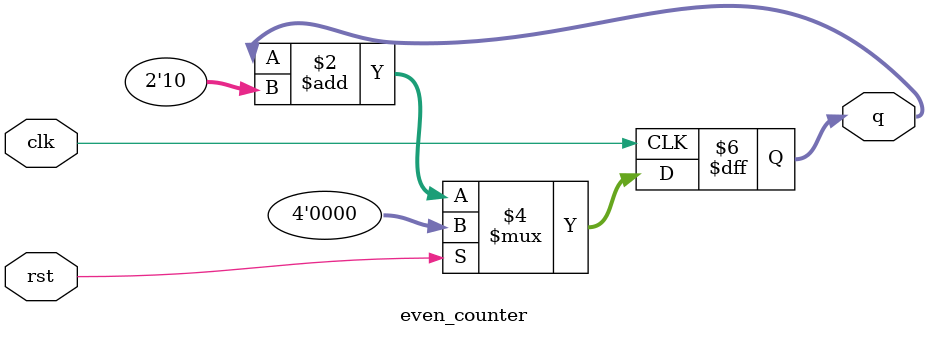
<source format=v>
module even_counter (output reg [3:0]q,input clk,rst);
	always @ (posedge clk)
	begin
		if(rst)
			q<=4'b0000;
		else
			q<=q+2'b10;
	end
endmodule 
</source>
